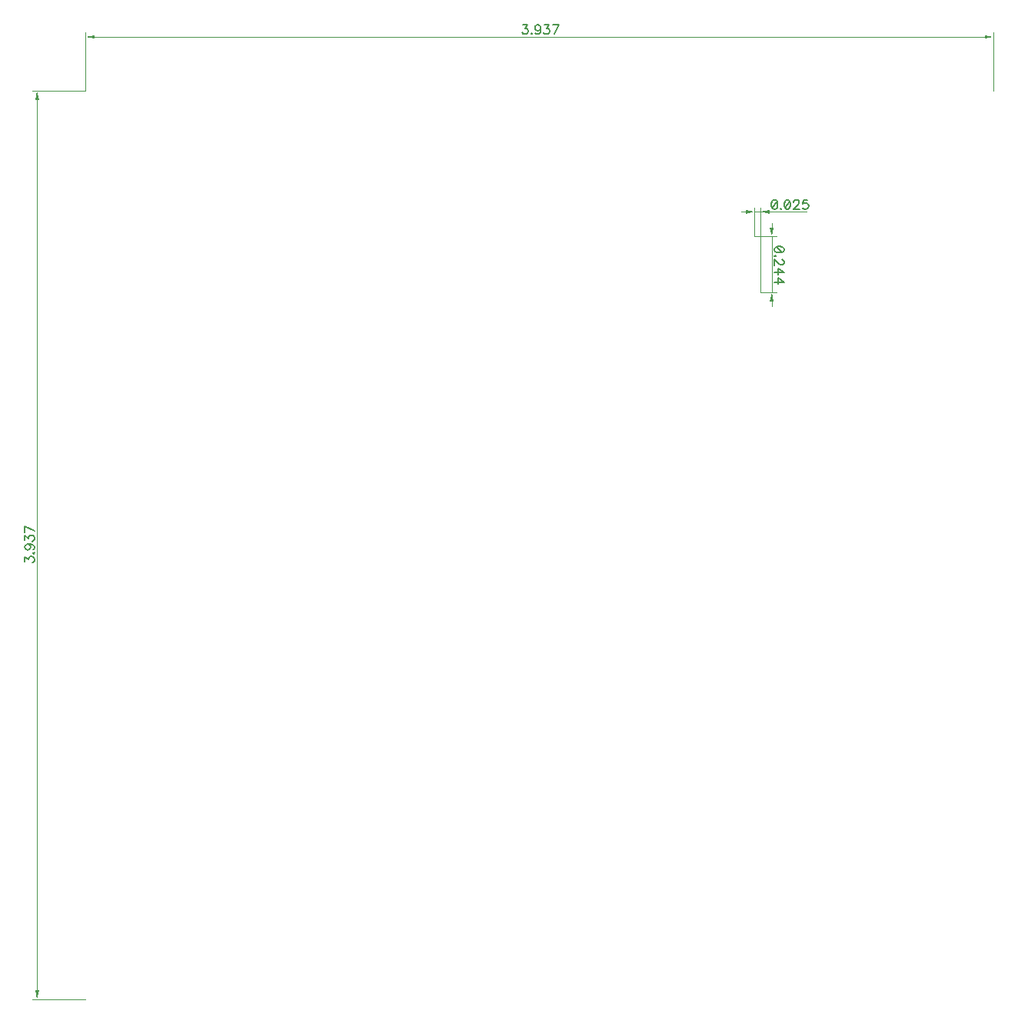
<source format=gbr>
G04 DipTrace 3.3.1.1*
G04 TopDimension.gbr*
%MOIN*%
G04 #@! TF.FileFunction,Drawing,Top*
G04 #@! TF.Part,Single*
%ADD13C,0.001378*%
%ADD78C,0.006176*%
%FSLAX26Y26*%
G04*
G70*
G90*
G75*
G01*
G04 TopDimension*
%LPD*%
X394000Y4331008D2*
D13*
Y4583837D1*
X4331008Y4331008D2*
Y4583837D1*
X2362504Y4564152D2*
X433370D1*
G36*
X394000D2*
X433370Y4572026D1*
Y4556278D1*
X394000Y4564152D1*
G37*
X2362504D2*
D13*
X4291638D1*
G36*
X4331008D2*
X4291638Y4556278D1*
Y4572026D1*
X4331008Y4564152D1*
G37*
X394000Y4331008D2*
D13*
X163790D1*
X394000Y394000D2*
X163790D1*
X183475Y2362504D2*
Y4291638D1*
G36*
Y4331008D2*
X191349Y4291638D1*
X175601D1*
X183475Y4331008D1*
G37*
Y2362504D2*
D13*
Y433370D1*
G36*
Y394000D2*
X175601Y433370D1*
X191349D1*
X183475Y394000D1*
G37*
X3294000Y3699793D2*
D13*
Y3825693D1*
X3319000Y3456008D2*
Y3825693D1*
X3294000Y3806008D2*
X3319000D1*
X3234945D2*
X3254630D1*
G36*
X3294000D2*
X3254630Y3798134D1*
Y3813882D1*
X3294000Y3806008D1*
G37*
X3378055D2*
D13*
X3358370D1*
G36*
X3319000D2*
X3358370Y3813882D1*
Y3798134D1*
X3319000Y3806008D1*
G37*
X3518801D2*
D13*
X3319000D1*
X3294000Y3699793D2*
X3388685D1*
X3319000Y3456008D2*
X3388685D1*
X3369000Y3699793D2*
Y3456008D1*
Y3758848D2*
Y3739163D1*
G36*
Y3699793D2*
X3361126Y3739163D1*
X3376874D1*
X3369000Y3699793D1*
G37*
Y3396953D2*
D13*
Y3416638D1*
G36*
Y3456008D2*
X3376874Y3416638D1*
X3361126D1*
X3369000Y3456008D1*
G37*
X2290174Y4616511D2*
D78*
X2311176D1*
X2299724Y4601212D1*
X2305472D1*
X2309275Y4599311D1*
X2311176Y4597410D1*
X2313122Y4591662D1*
Y4587859D1*
X2311176Y4582111D1*
X2307374Y4578264D1*
X2301626Y4576363D1*
X2295877D1*
X2290174Y4578264D1*
X2288272Y4580210D1*
X2286327Y4584012D1*
X2327374Y4580210D2*
X2325473Y4578264D1*
X2327374Y4576363D1*
X2329320Y4578264D1*
X2327374Y4580210D1*
X2366565Y4603158D2*
X2364619Y4597410D1*
X2360816Y4593563D1*
X2355068Y4591662D1*
X2353167D1*
X2347419Y4593563D1*
X2343617Y4597410D1*
X2341671Y4603158D1*
Y4605059D1*
X2343617Y4610807D1*
X2347419Y4614610D1*
X2353167Y4616511D1*
X2355068D1*
X2360816Y4614610D1*
X2364619Y4610807D1*
X2366565Y4603158D1*
Y4593563D1*
X2364619Y4584012D1*
X2360816Y4578264D1*
X2355068Y4576363D1*
X2351266D1*
X2345518Y4578264D1*
X2343617Y4582111D1*
X2382763Y4616511D2*
X2403765D1*
X2392313Y4601212D1*
X2398061D1*
X2401864Y4599311D1*
X2403765Y4597410D1*
X2405711Y4591662D1*
Y4587859D1*
X2403765Y4582111D1*
X2399963Y4578264D1*
X2394215Y4576363D1*
X2388467D1*
X2382763Y4578264D1*
X2380861Y4580210D1*
X2378916Y4584012D1*
X2425711Y4576363D2*
X2444857Y4616511D1*
X2418062D1*
X131117Y2290174D2*
Y2311176D1*
X146415Y2299724D1*
Y2305472D1*
X148316Y2309275D1*
X150218Y2311176D1*
X155966Y2313122D1*
X159768D1*
X165516Y2311176D1*
X169363Y2307374D1*
X171264Y2301626D1*
Y2295877D1*
X169363Y2290174D1*
X167418Y2288272D1*
X163615Y2286327D1*
X167418Y2327374D2*
X169363Y2325473D1*
X171264Y2327374D1*
X169363Y2329320D1*
X167418Y2327374D1*
X144470Y2366565D2*
X150218Y2364619D1*
X154064Y2360816D1*
X155966Y2355068D1*
Y2353167D1*
X154064Y2347419D1*
X150218Y2343617D1*
X144470Y2341671D1*
X142568D1*
X136820Y2343617D1*
X133018Y2347419D1*
X131117Y2353167D1*
Y2355068D1*
X133018Y2360816D1*
X136820Y2364619D1*
X144470Y2366565D1*
X154064D1*
X163615Y2364619D1*
X169363Y2360816D1*
X171264Y2355068D1*
Y2351266D1*
X169363Y2345518D1*
X165516Y2343617D1*
X131117Y2382763D2*
Y2403765D1*
X146415Y2392313D1*
Y2398061D1*
X148316Y2401864D1*
X150218Y2403765D1*
X155966Y2405711D1*
X159768D1*
X165516Y2403765D1*
X169363Y2399963D1*
X171264Y2394215D1*
Y2388467D1*
X169363Y2382763D1*
X167418Y2380861D1*
X163615Y2378916D1*
X171264Y2425711D2*
X131117Y2444857D1*
Y2418062D1*
X3379130Y3858366D2*
X3373382Y3856465D1*
X3369535Y3850717D1*
X3367634Y3841167D1*
Y3835419D1*
X3369535Y3825868D1*
X3373382Y3820120D1*
X3379130Y3818219D1*
X3382932D1*
X3388680Y3820120D1*
X3392483Y3825868D1*
X3394428Y3835419D1*
Y3841167D1*
X3392483Y3850717D1*
X3388680Y3856465D1*
X3382932Y3858366D1*
X3379130D1*
X3392483Y3850717D2*
X3369535Y3825868D1*
X3408681Y3822065D2*
X3406780Y3820120D1*
X3408681Y3818219D1*
X3410626Y3820120D1*
X3408681Y3822065D1*
X3434474Y3858366D2*
X3428726Y3856465D1*
X3424879Y3850717D1*
X3422978Y3841167D1*
Y3835419D1*
X3424879Y3825868D1*
X3428726Y3820120D1*
X3434474Y3818219D1*
X3438276D1*
X3444024Y3820120D1*
X3447827Y3825868D1*
X3449773Y3835419D1*
Y3841167D1*
X3447827Y3850717D1*
X3444024Y3856465D1*
X3438276Y3858366D1*
X3434474D1*
X3447827Y3850717D2*
X3424879Y3825868D1*
X3464069Y3848816D2*
Y3850717D1*
X3465971Y3854564D1*
X3467872Y3856465D1*
X3471719Y3858366D1*
X3479368D1*
X3483171Y3856465D1*
X3485072Y3854564D1*
X3487017Y3850717D1*
Y3846915D1*
X3485072Y3843068D1*
X3481269Y3837364D1*
X3462124Y3818219D1*
X3488919D1*
X3524218Y3858366D2*
X3505117D1*
X3503215Y3841167D1*
X3505117Y3843068D1*
X3510865Y3845013D1*
X3516569D1*
X3522317Y3843068D1*
X3526163Y3839265D1*
X3528065Y3833517D1*
Y3829715D1*
X3526163Y3823967D1*
X3522317Y3820120D1*
X3516569Y3818219D1*
X3510865D1*
X3505117Y3820120D1*
X3503215Y3822065D1*
X3501270Y3825868D1*
X3421359Y3645433D2*
X3419457Y3651181D1*
X3413709Y3655028D1*
X3404159Y3656929D1*
X3398411D1*
X3388860Y3655028D1*
X3383112Y3651181D1*
X3381211Y3645433D1*
Y3641631D1*
X3383112Y3635883D1*
X3388860Y3632080D1*
X3398411Y3630135D1*
X3404159D1*
X3413709Y3632080D1*
X3419457Y3635883D1*
X3421359Y3641631D1*
Y3645433D1*
X3413709Y3632080D2*
X3388860Y3655028D1*
X3385058Y3615882D2*
X3383112Y3617783D1*
X3381211Y3615882D1*
X3383112Y3613936D1*
X3385058Y3615882D1*
X3411808Y3599639D2*
X3413709D1*
X3417556Y3597738D1*
X3419457Y3595837D1*
X3421359Y3591990D1*
Y3584341D1*
X3419457Y3580538D1*
X3417556Y3578637D1*
X3413709Y3576692D1*
X3409907D1*
X3406060Y3578637D1*
X3400356Y3582440D1*
X3381211Y3601585D1*
Y3574790D1*
Y3543294D2*
X3421359D1*
X3394608Y3562439D1*
Y3533743D1*
X3381211Y3502246D2*
X3421359D1*
X3394608Y3521392D1*
Y3492696D1*
M02*

</source>
